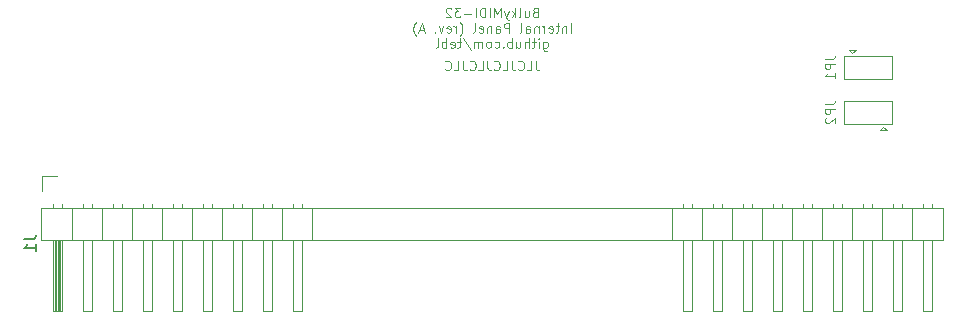
<source format=gbo>
G04 #@! TF.GenerationSoftware,KiCad,Pcbnew,(5.1.8)-1*
G04 #@! TF.CreationDate,2023-02-02T03:20:21+01:00*
G04 #@! TF.ProjectId,BulkyMIDI-32 Internal Panel,42756c6b-794d-4494-9449-2d333220496e,rev?*
G04 #@! TF.SameCoordinates,Original*
G04 #@! TF.FileFunction,Legend,Bot*
G04 #@! TF.FilePolarity,Positive*
%FSLAX46Y46*%
G04 Gerber Fmt 4.6, Leading zero omitted, Abs format (unit mm)*
G04 Created by KiCad (PCBNEW (5.1.8)-1) date 2023-02-02 03:20:21*
%MOMM*%
%LPD*%
G01*
G04 APERTURE LIST*
%ADD10C,0.100000*%
%ADD11C,0.120000*%
%ADD12C,0.150000*%
G04 APERTURE END LIST*
D10*
X154445238Y-87361904D02*
X154445238Y-87933333D01*
X154483333Y-88047619D01*
X154559523Y-88123809D01*
X154673809Y-88161904D01*
X154750000Y-88161904D01*
X153683333Y-88161904D02*
X154064285Y-88161904D01*
X154064285Y-87361904D01*
X152959523Y-88085714D02*
X152997619Y-88123809D01*
X153111904Y-88161904D01*
X153188095Y-88161904D01*
X153302380Y-88123809D01*
X153378571Y-88047619D01*
X153416666Y-87971428D01*
X153454761Y-87819047D01*
X153454761Y-87704761D01*
X153416666Y-87552380D01*
X153378571Y-87476190D01*
X153302380Y-87400000D01*
X153188095Y-87361904D01*
X153111904Y-87361904D01*
X152997619Y-87400000D01*
X152959523Y-87438095D01*
X152388095Y-87361904D02*
X152388095Y-87933333D01*
X152426190Y-88047619D01*
X152502380Y-88123809D01*
X152616666Y-88161904D01*
X152692857Y-88161904D01*
X151626190Y-88161904D02*
X152007142Y-88161904D01*
X152007142Y-87361904D01*
X150902380Y-88085714D02*
X150940476Y-88123809D01*
X151054761Y-88161904D01*
X151130952Y-88161904D01*
X151245238Y-88123809D01*
X151321428Y-88047619D01*
X151359523Y-87971428D01*
X151397619Y-87819047D01*
X151397619Y-87704761D01*
X151359523Y-87552380D01*
X151321428Y-87476190D01*
X151245238Y-87400000D01*
X151130952Y-87361904D01*
X151054761Y-87361904D01*
X150940476Y-87400000D01*
X150902380Y-87438095D01*
X150330952Y-87361904D02*
X150330952Y-87933333D01*
X150369047Y-88047619D01*
X150445238Y-88123809D01*
X150559523Y-88161904D01*
X150635714Y-88161904D01*
X149569047Y-88161904D02*
X149950000Y-88161904D01*
X149950000Y-87361904D01*
X148845238Y-88085714D02*
X148883333Y-88123809D01*
X148997619Y-88161904D01*
X149073809Y-88161904D01*
X149188095Y-88123809D01*
X149264285Y-88047619D01*
X149302380Y-87971428D01*
X149340476Y-87819047D01*
X149340476Y-87704761D01*
X149302380Y-87552380D01*
X149264285Y-87476190D01*
X149188095Y-87400000D01*
X149073809Y-87361904D01*
X148997619Y-87361904D01*
X148883333Y-87400000D01*
X148845238Y-87438095D01*
X148273809Y-87361904D02*
X148273809Y-87933333D01*
X148311904Y-88047619D01*
X148388095Y-88123809D01*
X148502380Y-88161904D01*
X148578571Y-88161904D01*
X147511904Y-88161904D02*
X147892857Y-88161904D01*
X147892857Y-87361904D01*
X146788095Y-88085714D02*
X146826190Y-88123809D01*
X146940476Y-88161904D01*
X147016666Y-88161904D01*
X147130952Y-88123809D01*
X147207142Y-88047619D01*
X147245238Y-87971428D01*
X147283333Y-87819047D01*
X147283333Y-87704761D01*
X147245238Y-87552380D01*
X147207142Y-87476190D01*
X147130952Y-87400000D01*
X147016666Y-87361904D01*
X146940476Y-87361904D01*
X146826190Y-87400000D01*
X146788095Y-87438095D01*
X154388095Y-83267857D02*
X154273809Y-83305952D01*
X154235714Y-83344047D01*
X154197619Y-83420238D01*
X154197619Y-83534523D01*
X154235714Y-83610714D01*
X154273809Y-83648809D01*
X154350000Y-83686904D01*
X154654761Y-83686904D01*
X154654761Y-82886904D01*
X154388095Y-82886904D01*
X154311904Y-82925000D01*
X154273809Y-82963095D01*
X154235714Y-83039285D01*
X154235714Y-83115476D01*
X154273809Y-83191666D01*
X154311904Y-83229761D01*
X154388095Y-83267857D01*
X154654761Y-83267857D01*
X153511904Y-83153571D02*
X153511904Y-83686904D01*
X153854761Y-83153571D02*
X153854761Y-83572619D01*
X153816666Y-83648809D01*
X153740476Y-83686904D01*
X153626190Y-83686904D01*
X153550000Y-83648809D01*
X153511904Y-83610714D01*
X153016666Y-83686904D02*
X153092857Y-83648809D01*
X153130952Y-83572619D01*
X153130952Y-82886904D01*
X152711904Y-83686904D02*
X152711904Y-82886904D01*
X152635714Y-83382142D02*
X152407142Y-83686904D01*
X152407142Y-83153571D02*
X152711904Y-83458333D01*
X152140476Y-83153571D02*
X151950000Y-83686904D01*
X151759523Y-83153571D02*
X151950000Y-83686904D01*
X152026190Y-83877380D01*
X152064285Y-83915476D01*
X152140476Y-83953571D01*
X151454761Y-83686904D02*
X151454761Y-82886904D01*
X151188095Y-83458333D01*
X150921428Y-82886904D01*
X150921428Y-83686904D01*
X150540476Y-83686904D02*
X150540476Y-82886904D01*
X150159523Y-83686904D02*
X150159523Y-82886904D01*
X149969047Y-82886904D01*
X149854761Y-82925000D01*
X149778571Y-83001190D01*
X149740476Y-83077380D01*
X149702380Y-83229761D01*
X149702380Y-83344047D01*
X149740476Y-83496428D01*
X149778571Y-83572619D01*
X149854761Y-83648809D01*
X149969047Y-83686904D01*
X150159523Y-83686904D01*
X149359523Y-83686904D02*
X149359523Y-82886904D01*
X148978571Y-83382142D02*
X148369047Y-83382142D01*
X148064285Y-82886904D02*
X147569047Y-82886904D01*
X147835714Y-83191666D01*
X147721428Y-83191666D01*
X147645238Y-83229761D01*
X147607142Y-83267857D01*
X147569047Y-83344047D01*
X147569047Y-83534523D01*
X147607142Y-83610714D01*
X147645238Y-83648809D01*
X147721428Y-83686904D01*
X147950000Y-83686904D01*
X148026190Y-83648809D01*
X148064285Y-83610714D01*
X147264285Y-82963095D02*
X147226190Y-82925000D01*
X147150000Y-82886904D01*
X146959523Y-82886904D01*
X146883333Y-82925000D01*
X146845238Y-82963095D01*
X146807142Y-83039285D01*
X146807142Y-83115476D01*
X146845238Y-83229761D01*
X147302380Y-83686904D01*
X146807142Y-83686904D01*
X157416666Y-84986904D02*
X157416666Y-84186904D01*
X157035714Y-84453571D02*
X157035714Y-84986904D01*
X157035714Y-84529761D02*
X156997619Y-84491666D01*
X156921428Y-84453571D01*
X156807142Y-84453571D01*
X156730952Y-84491666D01*
X156692857Y-84567857D01*
X156692857Y-84986904D01*
X156426190Y-84453571D02*
X156121428Y-84453571D01*
X156311904Y-84186904D02*
X156311904Y-84872619D01*
X156273809Y-84948809D01*
X156197619Y-84986904D01*
X156121428Y-84986904D01*
X155550000Y-84948809D02*
X155626190Y-84986904D01*
X155778571Y-84986904D01*
X155854761Y-84948809D01*
X155892857Y-84872619D01*
X155892857Y-84567857D01*
X155854761Y-84491666D01*
X155778571Y-84453571D01*
X155626190Y-84453571D01*
X155550000Y-84491666D01*
X155511904Y-84567857D01*
X155511904Y-84644047D01*
X155892857Y-84720238D01*
X155169047Y-84986904D02*
X155169047Y-84453571D01*
X155169047Y-84605952D02*
X155130952Y-84529761D01*
X155092857Y-84491666D01*
X155016666Y-84453571D01*
X154940476Y-84453571D01*
X154673809Y-84453571D02*
X154673809Y-84986904D01*
X154673809Y-84529761D02*
X154635714Y-84491666D01*
X154559523Y-84453571D01*
X154445238Y-84453571D01*
X154369047Y-84491666D01*
X154330952Y-84567857D01*
X154330952Y-84986904D01*
X153607142Y-84986904D02*
X153607142Y-84567857D01*
X153645238Y-84491666D01*
X153721428Y-84453571D01*
X153873809Y-84453571D01*
X153950000Y-84491666D01*
X153607142Y-84948809D02*
X153683333Y-84986904D01*
X153873809Y-84986904D01*
X153950000Y-84948809D01*
X153988095Y-84872619D01*
X153988095Y-84796428D01*
X153950000Y-84720238D01*
X153873809Y-84682142D01*
X153683333Y-84682142D01*
X153607142Y-84644047D01*
X153111904Y-84986904D02*
X153188095Y-84948809D01*
X153226190Y-84872619D01*
X153226190Y-84186904D01*
X152197619Y-84986904D02*
X152197619Y-84186904D01*
X151892857Y-84186904D01*
X151816666Y-84225000D01*
X151778571Y-84263095D01*
X151740476Y-84339285D01*
X151740476Y-84453571D01*
X151778571Y-84529761D01*
X151816666Y-84567857D01*
X151892857Y-84605952D01*
X152197619Y-84605952D01*
X151054761Y-84986904D02*
X151054761Y-84567857D01*
X151092857Y-84491666D01*
X151169047Y-84453571D01*
X151321428Y-84453571D01*
X151397619Y-84491666D01*
X151054761Y-84948809D02*
X151130952Y-84986904D01*
X151321428Y-84986904D01*
X151397619Y-84948809D01*
X151435714Y-84872619D01*
X151435714Y-84796428D01*
X151397619Y-84720238D01*
X151321428Y-84682142D01*
X151130952Y-84682142D01*
X151054761Y-84644047D01*
X150673809Y-84453571D02*
X150673809Y-84986904D01*
X150673809Y-84529761D02*
X150635714Y-84491666D01*
X150559523Y-84453571D01*
X150445238Y-84453571D01*
X150369047Y-84491666D01*
X150330952Y-84567857D01*
X150330952Y-84986904D01*
X149645238Y-84948809D02*
X149721428Y-84986904D01*
X149873809Y-84986904D01*
X149950000Y-84948809D01*
X149988095Y-84872619D01*
X149988095Y-84567857D01*
X149950000Y-84491666D01*
X149873809Y-84453571D01*
X149721428Y-84453571D01*
X149645238Y-84491666D01*
X149607142Y-84567857D01*
X149607142Y-84644047D01*
X149988095Y-84720238D01*
X149150000Y-84986904D02*
X149226190Y-84948809D01*
X149264285Y-84872619D01*
X149264285Y-84186904D01*
X148007142Y-85291666D02*
X148045238Y-85253571D01*
X148121428Y-85139285D01*
X148159523Y-85063095D01*
X148197619Y-84948809D01*
X148235714Y-84758333D01*
X148235714Y-84605952D01*
X148197619Y-84415476D01*
X148159523Y-84301190D01*
X148121428Y-84225000D01*
X148045238Y-84110714D01*
X148007142Y-84072619D01*
X147702380Y-84986904D02*
X147702380Y-84453571D01*
X147702380Y-84605952D02*
X147664285Y-84529761D01*
X147626190Y-84491666D01*
X147550000Y-84453571D01*
X147473809Y-84453571D01*
X146902380Y-84948809D02*
X146978571Y-84986904D01*
X147130952Y-84986904D01*
X147207142Y-84948809D01*
X147245238Y-84872619D01*
X147245238Y-84567857D01*
X147207142Y-84491666D01*
X147130952Y-84453571D01*
X146978571Y-84453571D01*
X146902380Y-84491666D01*
X146864285Y-84567857D01*
X146864285Y-84644047D01*
X147245238Y-84720238D01*
X146597619Y-84453571D02*
X146407142Y-84986904D01*
X146216666Y-84453571D01*
X145911904Y-84910714D02*
X145873809Y-84948809D01*
X145911904Y-84986904D01*
X145950000Y-84948809D01*
X145911904Y-84910714D01*
X145911904Y-84986904D01*
X144959523Y-84758333D02*
X144578571Y-84758333D01*
X145035714Y-84986904D02*
X144769047Y-84186904D01*
X144502380Y-84986904D01*
X144311904Y-85291666D02*
X144273809Y-85253571D01*
X144197619Y-85139285D01*
X144159523Y-85063095D01*
X144121428Y-84948809D01*
X144083333Y-84758333D01*
X144083333Y-84605952D01*
X144121428Y-84415476D01*
X144159523Y-84301190D01*
X144197619Y-84225000D01*
X144273809Y-84110714D01*
X144311904Y-84072619D01*
X155073809Y-85753571D02*
X155073809Y-86401190D01*
X155111904Y-86477380D01*
X155150000Y-86515476D01*
X155226190Y-86553571D01*
X155340476Y-86553571D01*
X155416666Y-86515476D01*
X155073809Y-86248809D02*
X155150000Y-86286904D01*
X155302380Y-86286904D01*
X155378571Y-86248809D01*
X155416666Y-86210714D01*
X155454761Y-86134523D01*
X155454761Y-85905952D01*
X155416666Y-85829761D01*
X155378571Y-85791666D01*
X155302380Y-85753571D01*
X155150000Y-85753571D01*
X155073809Y-85791666D01*
X154692857Y-86286904D02*
X154692857Y-85753571D01*
X154692857Y-85486904D02*
X154730952Y-85525000D01*
X154692857Y-85563095D01*
X154654761Y-85525000D01*
X154692857Y-85486904D01*
X154692857Y-85563095D01*
X154426190Y-85753571D02*
X154121428Y-85753571D01*
X154311904Y-85486904D02*
X154311904Y-86172619D01*
X154273809Y-86248809D01*
X154197619Y-86286904D01*
X154121428Y-86286904D01*
X153854761Y-86286904D02*
X153854761Y-85486904D01*
X153511904Y-86286904D02*
X153511904Y-85867857D01*
X153550000Y-85791666D01*
X153626190Y-85753571D01*
X153740476Y-85753571D01*
X153816666Y-85791666D01*
X153854761Y-85829761D01*
X152788095Y-85753571D02*
X152788095Y-86286904D01*
X153130952Y-85753571D02*
X153130952Y-86172619D01*
X153092857Y-86248809D01*
X153016666Y-86286904D01*
X152902380Y-86286904D01*
X152826190Y-86248809D01*
X152788095Y-86210714D01*
X152407142Y-86286904D02*
X152407142Y-85486904D01*
X152407142Y-85791666D02*
X152330952Y-85753571D01*
X152178571Y-85753571D01*
X152102380Y-85791666D01*
X152064285Y-85829761D01*
X152026190Y-85905952D01*
X152026190Y-86134523D01*
X152064285Y-86210714D01*
X152102380Y-86248809D01*
X152178571Y-86286904D01*
X152330952Y-86286904D01*
X152407142Y-86248809D01*
X151683333Y-86210714D02*
X151645238Y-86248809D01*
X151683333Y-86286904D01*
X151721428Y-86248809D01*
X151683333Y-86210714D01*
X151683333Y-86286904D01*
X150959523Y-86248809D02*
X151035714Y-86286904D01*
X151188095Y-86286904D01*
X151264285Y-86248809D01*
X151302380Y-86210714D01*
X151340476Y-86134523D01*
X151340476Y-85905952D01*
X151302380Y-85829761D01*
X151264285Y-85791666D01*
X151188095Y-85753571D01*
X151035714Y-85753571D01*
X150959523Y-85791666D01*
X150502380Y-86286904D02*
X150578571Y-86248809D01*
X150616666Y-86210714D01*
X150654761Y-86134523D01*
X150654761Y-85905952D01*
X150616666Y-85829761D01*
X150578571Y-85791666D01*
X150502380Y-85753571D01*
X150388095Y-85753571D01*
X150311904Y-85791666D01*
X150273809Y-85829761D01*
X150235714Y-85905952D01*
X150235714Y-86134523D01*
X150273809Y-86210714D01*
X150311904Y-86248809D01*
X150388095Y-86286904D01*
X150502380Y-86286904D01*
X149892857Y-86286904D02*
X149892857Y-85753571D01*
X149892857Y-85829761D02*
X149854761Y-85791666D01*
X149778571Y-85753571D01*
X149664285Y-85753571D01*
X149588095Y-85791666D01*
X149550000Y-85867857D01*
X149550000Y-86286904D01*
X149550000Y-85867857D02*
X149511904Y-85791666D01*
X149435714Y-85753571D01*
X149321428Y-85753571D01*
X149245238Y-85791666D01*
X149207142Y-85867857D01*
X149207142Y-86286904D01*
X148254761Y-85448809D02*
X148940476Y-86477380D01*
X148102380Y-85753571D02*
X147797619Y-85753571D01*
X147988095Y-85486904D02*
X147988095Y-86172619D01*
X147950000Y-86248809D01*
X147873809Y-86286904D01*
X147797619Y-86286904D01*
X147226190Y-86248809D02*
X147302380Y-86286904D01*
X147454761Y-86286904D01*
X147530952Y-86248809D01*
X147569047Y-86172619D01*
X147569047Y-85867857D01*
X147530952Y-85791666D01*
X147454761Y-85753571D01*
X147302380Y-85753571D01*
X147226190Y-85791666D01*
X147188095Y-85867857D01*
X147188095Y-85944047D01*
X147569047Y-86020238D01*
X146845238Y-86286904D02*
X146845238Y-85486904D01*
X146845238Y-85791666D02*
X146769047Y-85753571D01*
X146616666Y-85753571D01*
X146540476Y-85791666D01*
X146502380Y-85829761D01*
X146464285Y-85905952D01*
X146464285Y-86134523D01*
X146502380Y-86210714D01*
X146540476Y-86248809D01*
X146616666Y-86286904D01*
X146769047Y-86286904D01*
X146845238Y-86248809D01*
X146007142Y-86286904D02*
X146083333Y-86248809D01*
X146121428Y-86172619D01*
X146121428Y-85486904D01*
D11*
X112650000Y-97166000D02*
X112650000Y-98436000D01*
X113920000Y-97166000D02*
X112650000Y-97166000D01*
X187960000Y-99478929D02*
X187960000Y-99876000D01*
X187200000Y-99478929D02*
X187200000Y-99876000D01*
X187960000Y-108536000D02*
X187960000Y-102536000D01*
X187200000Y-108536000D02*
X187960000Y-108536000D01*
X187200000Y-102536000D02*
X187200000Y-108536000D01*
X186310000Y-99876000D02*
X186310000Y-102536000D01*
X185420000Y-99478929D02*
X185420000Y-99876000D01*
X184660000Y-99478929D02*
X184660000Y-99876000D01*
X185420000Y-108536000D02*
X185420000Y-102536000D01*
X184660000Y-108536000D02*
X185420000Y-108536000D01*
X184660000Y-102536000D02*
X184660000Y-108536000D01*
X183770000Y-99876000D02*
X183770000Y-102536000D01*
X182880000Y-99478929D02*
X182880000Y-99876000D01*
X182120000Y-99478929D02*
X182120000Y-99876000D01*
X182880000Y-108536000D02*
X182880000Y-102536000D01*
X182120000Y-108536000D02*
X182880000Y-108536000D01*
X182120000Y-102536000D02*
X182120000Y-108536000D01*
X181230000Y-99876000D02*
X181230000Y-102536000D01*
X180340000Y-99478929D02*
X180340000Y-99876000D01*
X179580000Y-99478929D02*
X179580000Y-99876000D01*
X180340000Y-108536000D02*
X180340000Y-102536000D01*
X179580000Y-108536000D02*
X180340000Y-108536000D01*
X179580000Y-102536000D02*
X179580000Y-108536000D01*
X178690000Y-99876000D02*
X178690000Y-102536000D01*
X177800000Y-99478929D02*
X177800000Y-99876000D01*
X177040000Y-99478929D02*
X177040000Y-99876000D01*
X177800000Y-108536000D02*
X177800000Y-102536000D01*
X177040000Y-108536000D02*
X177800000Y-108536000D01*
X177040000Y-102536000D02*
X177040000Y-108536000D01*
X176150000Y-99876000D02*
X176150000Y-102536000D01*
X175260000Y-99478929D02*
X175260000Y-99876000D01*
X174500000Y-99478929D02*
X174500000Y-99876000D01*
X175260000Y-108536000D02*
X175260000Y-102536000D01*
X174500000Y-108536000D02*
X175260000Y-108536000D01*
X174500000Y-102536000D02*
X174500000Y-108536000D01*
X173610000Y-99876000D02*
X173610000Y-102536000D01*
X172720000Y-99478929D02*
X172720000Y-99876000D01*
X171960000Y-99478929D02*
X171960000Y-99876000D01*
X172720000Y-108536000D02*
X172720000Y-102536000D01*
X171960000Y-108536000D02*
X172720000Y-108536000D01*
X171960000Y-102536000D02*
X171960000Y-108536000D01*
X171070000Y-99876000D02*
X171070000Y-102536000D01*
X170180000Y-99478929D02*
X170180000Y-99876000D01*
X169420000Y-99478929D02*
X169420000Y-99876000D01*
X170180000Y-108536000D02*
X170180000Y-102536000D01*
X169420000Y-108536000D02*
X170180000Y-108536000D01*
X169420000Y-102536000D02*
X169420000Y-108536000D01*
X168530000Y-99876000D02*
X168530000Y-102536000D01*
X167640000Y-99478929D02*
X167640000Y-99876000D01*
X166880000Y-99478929D02*
X166880000Y-99876000D01*
X167640000Y-108536000D02*
X167640000Y-102536000D01*
X166880000Y-108536000D02*
X167640000Y-108536000D01*
X166880000Y-102536000D02*
X166880000Y-108536000D01*
X165990000Y-99876000D02*
X165990000Y-102536000D01*
X135510000Y-99876000D02*
X135510000Y-102536000D01*
X134620000Y-99478929D02*
X134620000Y-99876000D01*
X133860000Y-99478929D02*
X133860000Y-99876000D01*
X134620000Y-108536000D02*
X134620000Y-102536000D01*
X133860000Y-108536000D02*
X134620000Y-108536000D01*
X133860000Y-102536000D02*
X133860000Y-108536000D01*
X132970000Y-99876000D02*
X132970000Y-102536000D01*
X132080000Y-99478929D02*
X132080000Y-99876000D01*
X131320000Y-99478929D02*
X131320000Y-99876000D01*
X132080000Y-108536000D02*
X132080000Y-102536000D01*
X131320000Y-108536000D02*
X132080000Y-108536000D01*
X131320000Y-102536000D02*
X131320000Y-108536000D01*
X130430000Y-99876000D02*
X130430000Y-102536000D01*
X129540000Y-99478929D02*
X129540000Y-99876000D01*
X128780000Y-99478929D02*
X128780000Y-99876000D01*
X129540000Y-108536000D02*
X129540000Y-102536000D01*
X128780000Y-108536000D02*
X129540000Y-108536000D01*
X128780000Y-102536000D02*
X128780000Y-108536000D01*
X127890000Y-99876000D02*
X127890000Y-102536000D01*
X127000000Y-99478929D02*
X127000000Y-99876000D01*
X126240000Y-99478929D02*
X126240000Y-99876000D01*
X127000000Y-108536000D02*
X127000000Y-102536000D01*
X126240000Y-108536000D02*
X127000000Y-108536000D01*
X126240000Y-102536000D02*
X126240000Y-108536000D01*
X125350000Y-99876000D02*
X125350000Y-102536000D01*
X124460000Y-99478929D02*
X124460000Y-99876000D01*
X123700000Y-99478929D02*
X123700000Y-99876000D01*
X124460000Y-108536000D02*
X124460000Y-102536000D01*
X123700000Y-108536000D02*
X124460000Y-108536000D01*
X123700000Y-102536000D02*
X123700000Y-108536000D01*
X122810000Y-99876000D02*
X122810000Y-102536000D01*
X121920000Y-99478929D02*
X121920000Y-99876000D01*
X121160000Y-99478929D02*
X121160000Y-99876000D01*
X121920000Y-108536000D02*
X121920000Y-102536000D01*
X121160000Y-108536000D02*
X121920000Y-108536000D01*
X121160000Y-102536000D02*
X121160000Y-108536000D01*
X120270000Y-99876000D02*
X120270000Y-102536000D01*
X119380000Y-99478929D02*
X119380000Y-99876000D01*
X118620000Y-99478929D02*
X118620000Y-99876000D01*
X119380000Y-108536000D02*
X119380000Y-102536000D01*
X118620000Y-108536000D02*
X119380000Y-108536000D01*
X118620000Y-102536000D02*
X118620000Y-108536000D01*
X117730000Y-99876000D02*
X117730000Y-102536000D01*
X116840000Y-99478929D02*
X116840000Y-99876000D01*
X116080000Y-99478929D02*
X116080000Y-99876000D01*
X116840000Y-108536000D02*
X116840000Y-102536000D01*
X116080000Y-108536000D02*
X116840000Y-108536000D01*
X116080000Y-102536000D02*
X116080000Y-108536000D01*
X115190000Y-99876000D02*
X115190000Y-102536000D01*
X114300000Y-99546000D02*
X114300000Y-99876000D01*
X113540000Y-99546000D02*
X113540000Y-99876000D01*
X114200000Y-102536000D02*
X114200000Y-108536000D01*
X114080000Y-102536000D02*
X114080000Y-108536000D01*
X113960000Y-102536000D02*
X113960000Y-108536000D01*
X113840000Y-102536000D02*
X113840000Y-108536000D01*
X113720000Y-102536000D02*
X113720000Y-108536000D01*
X113600000Y-102536000D02*
X113600000Y-108536000D01*
X114300000Y-108536000D02*
X114300000Y-102536000D01*
X113540000Y-108536000D02*
X114300000Y-108536000D01*
X113540000Y-102536000D02*
X113540000Y-108536000D01*
X112590000Y-102536000D02*
X112590000Y-99876000D01*
X188910000Y-102536000D02*
X112590000Y-102536000D01*
X188910000Y-99876000D02*
X188910000Y-102536000D01*
X112590000Y-99876000D02*
X188910000Y-99876000D01*
X180500000Y-88935000D02*
X184600000Y-88935000D01*
X184600000Y-88935000D02*
X184600000Y-86935000D01*
X184600000Y-86935000D02*
X180500000Y-86935000D01*
X180500000Y-86935000D02*
X180500000Y-88935000D01*
X181250000Y-86735000D02*
X180950000Y-86435000D01*
X180950000Y-86435000D02*
X181550000Y-86435000D01*
X181250000Y-86735000D02*
X181550000Y-86435000D01*
X183850000Y-92945000D02*
X183550000Y-93245000D01*
X184150000Y-93245000D02*
X183550000Y-93245000D01*
X183850000Y-92945000D02*
X184150000Y-93245000D01*
X184600000Y-92745000D02*
X184600000Y-90745000D01*
X180500000Y-92745000D02*
X184600000Y-92745000D01*
X180500000Y-90745000D02*
X180500000Y-92745000D01*
X184600000Y-90745000D02*
X180500000Y-90745000D01*
D12*
X111102380Y-102487666D02*
X111816666Y-102487666D01*
X111959523Y-102440047D01*
X112054761Y-102344809D01*
X112102380Y-102201952D01*
X112102380Y-102106714D01*
X112102380Y-103487666D02*
X112102380Y-102916238D01*
X112102380Y-103201952D02*
X111102380Y-103201952D01*
X111245238Y-103106714D01*
X111340476Y-103011476D01*
X111388095Y-102916238D01*
D10*
X178936904Y-87268333D02*
X179508333Y-87268333D01*
X179622619Y-87230238D01*
X179698809Y-87154047D01*
X179736904Y-87039761D01*
X179736904Y-86963571D01*
X179736904Y-87649285D02*
X178936904Y-87649285D01*
X178936904Y-87954047D01*
X178975000Y-88030238D01*
X179013095Y-88068333D01*
X179089285Y-88106428D01*
X179203571Y-88106428D01*
X179279761Y-88068333D01*
X179317857Y-88030238D01*
X179355952Y-87954047D01*
X179355952Y-87649285D01*
X179736904Y-88868333D02*
X179736904Y-88411190D01*
X179736904Y-88639761D02*
X178936904Y-88639761D01*
X179051190Y-88563571D01*
X179127380Y-88487380D01*
X179165476Y-88411190D01*
X178936904Y-91078333D02*
X179508333Y-91078333D01*
X179622619Y-91040238D01*
X179698809Y-90964047D01*
X179736904Y-90849761D01*
X179736904Y-90773571D01*
X179736904Y-91459285D02*
X178936904Y-91459285D01*
X178936904Y-91764047D01*
X178975000Y-91840238D01*
X179013095Y-91878333D01*
X179089285Y-91916428D01*
X179203571Y-91916428D01*
X179279761Y-91878333D01*
X179317857Y-91840238D01*
X179355952Y-91764047D01*
X179355952Y-91459285D01*
X179013095Y-92221190D02*
X178975000Y-92259285D01*
X178936904Y-92335476D01*
X178936904Y-92525952D01*
X178975000Y-92602142D01*
X179013095Y-92640238D01*
X179089285Y-92678333D01*
X179165476Y-92678333D01*
X179279761Y-92640238D01*
X179736904Y-92183095D01*
X179736904Y-92678333D01*
M02*

</source>
